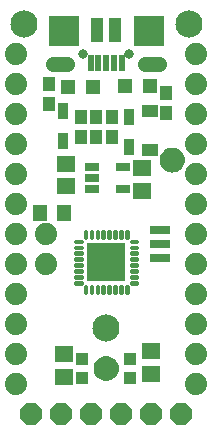
<source format=gbr>
G04 EAGLE Gerber RS-274X export*
G75*
%MOMM*%
%FSLAX34Y34*%
%LPD*%
%INSoldermask Top*%
%IPPOS*%
%AMOC8*
5,1,8,0,0,1.08239X$1,22.5*%
G01*
%ADD10C,2.301600*%
%ADD11R,1.101600X1.201600*%
%ADD12R,1.301600X0.651600*%
%ADD13R,1.601600X1.401600*%
%ADD14R,1.001600X1.101600*%
%ADD15R,1.301600X1.301600*%
%ADD16R,1.321600X1.011600*%
%ADD17C,0.801600*%
%ADD18R,2.601600X2.601600*%
%ADD19C,1.309600*%
%ADD20R,1.101600X2.101600*%
%ADD21R,0.500000X1.450000*%
%ADD22C,0.225022*%
%ADD23R,3.301600X3.301600*%
%ADD24C,1.879600*%
%ADD25P,2.034460X8X112.500000*%
%ADD26R,1.801600X0.801600*%
%ADD27R,1.301600X1.401600*%
%ADD28R,0.901600X1.451600*%

G36*
X57672Y216850D02*
X57672Y216850D01*
X57715Y216862D01*
X57781Y216869D01*
X59464Y217320D01*
X59505Y217339D01*
X59568Y217358D01*
X61148Y218095D01*
X61185Y218121D01*
X61244Y218150D01*
X62672Y219150D01*
X62703Y219182D01*
X62756Y219221D01*
X63989Y220454D01*
X64014Y220490D01*
X64060Y220538D01*
X65060Y221966D01*
X65078Y222007D01*
X65115Y222062D01*
X65852Y223642D01*
X65863Y223685D01*
X65890Y223746D01*
X66341Y225429D01*
X66343Y225461D01*
X66350Y225482D01*
X66350Y225497D01*
X66360Y225538D01*
X66512Y227275D01*
X66508Y227319D01*
X66512Y227385D01*
X66360Y229122D01*
X66348Y229165D01*
X66341Y229231D01*
X65890Y230914D01*
X65871Y230955D01*
X65852Y231018D01*
X65115Y232598D01*
X65089Y232635D01*
X65060Y232694D01*
X64060Y234122D01*
X64028Y234153D01*
X63989Y234206D01*
X62756Y235439D01*
X62720Y235464D01*
X62672Y235510D01*
X61244Y236510D01*
X61203Y236528D01*
X61148Y236565D01*
X59568Y237302D01*
X59525Y237313D01*
X59464Y237340D01*
X57781Y237791D01*
X57736Y237794D01*
X57672Y237810D01*
X55935Y237962D01*
X55891Y237958D01*
X55825Y237962D01*
X54088Y237810D01*
X54045Y237798D01*
X53979Y237791D01*
X52296Y237340D01*
X52255Y237321D01*
X52192Y237302D01*
X50612Y236565D01*
X50575Y236539D01*
X50516Y236510D01*
X49088Y235510D01*
X49057Y235478D01*
X49004Y235439D01*
X47771Y234206D01*
X47746Y234170D01*
X47700Y234122D01*
X46700Y232694D01*
X46682Y232653D01*
X46645Y232598D01*
X45908Y231018D01*
X45897Y230975D01*
X45870Y230914D01*
X45419Y229231D01*
X45416Y229186D01*
X45400Y229122D01*
X45248Y227385D01*
X45252Y227341D01*
X45248Y227275D01*
X45400Y225538D01*
X45412Y225495D01*
X45416Y225461D01*
X45416Y225445D01*
X45418Y225440D01*
X45419Y225429D01*
X45870Y223746D01*
X45889Y223705D01*
X45908Y223642D01*
X46645Y222062D01*
X46671Y222025D01*
X46700Y221966D01*
X47700Y220538D01*
X47732Y220507D01*
X47771Y220454D01*
X49004Y219221D01*
X49040Y219196D01*
X49088Y219150D01*
X50516Y218150D01*
X50557Y218132D01*
X50612Y218095D01*
X52192Y217358D01*
X52235Y217347D01*
X52296Y217320D01*
X53979Y216869D01*
X54024Y216866D01*
X54088Y216850D01*
X55825Y216698D01*
X55869Y216702D01*
X55935Y216698D01*
X57672Y216850D01*
G37*
G36*
X1792Y40320D02*
X1792Y40320D01*
X1835Y40332D01*
X1901Y40339D01*
X3584Y40790D01*
X3625Y40809D01*
X3688Y40828D01*
X5268Y41565D01*
X5305Y41591D01*
X5364Y41620D01*
X6792Y42620D01*
X6823Y42652D01*
X6876Y42691D01*
X8109Y43924D01*
X8134Y43960D01*
X8180Y44008D01*
X9180Y45436D01*
X9198Y45477D01*
X9235Y45532D01*
X9972Y47112D01*
X9983Y47155D01*
X10010Y47216D01*
X10461Y48899D01*
X10463Y48931D01*
X10470Y48952D01*
X10470Y48967D01*
X10480Y49008D01*
X10632Y50745D01*
X10628Y50789D01*
X10632Y50855D01*
X10480Y52592D01*
X10468Y52635D01*
X10461Y52701D01*
X10010Y54384D01*
X9991Y54425D01*
X9972Y54488D01*
X9235Y56068D01*
X9209Y56105D01*
X9180Y56164D01*
X8180Y57592D01*
X8148Y57623D01*
X8109Y57676D01*
X6876Y58909D01*
X6840Y58934D01*
X6792Y58980D01*
X5364Y59980D01*
X5323Y59998D01*
X5268Y60035D01*
X3688Y60772D01*
X3645Y60783D01*
X3584Y60810D01*
X1901Y61261D01*
X1856Y61264D01*
X1792Y61280D01*
X55Y61432D01*
X11Y61428D01*
X-55Y61432D01*
X-1792Y61280D01*
X-1835Y61268D01*
X-1901Y61261D01*
X-3584Y60810D01*
X-3625Y60791D01*
X-3688Y60772D01*
X-5268Y60035D01*
X-5305Y60009D01*
X-5364Y59980D01*
X-6792Y58980D01*
X-6823Y58948D01*
X-6876Y58909D01*
X-8109Y57676D01*
X-8134Y57640D01*
X-8180Y57592D01*
X-9180Y56164D01*
X-9198Y56123D01*
X-9235Y56068D01*
X-9972Y54488D01*
X-9983Y54445D01*
X-10010Y54384D01*
X-10461Y52701D01*
X-10464Y52656D01*
X-10480Y52592D01*
X-10632Y50855D01*
X-10628Y50811D01*
X-10632Y50745D01*
X-10480Y49008D01*
X-10468Y48965D01*
X-10464Y48931D01*
X-10464Y48915D01*
X-10462Y48910D01*
X-10461Y48899D01*
X-10010Y47216D01*
X-9991Y47175D01*
X-9972Y47112D01*
X-9235Y45532D01*
X-9209Y45495D01*
X-9180Y45436D01*
X-8180Y44008D01*
X-8148Y43977D01*
X-8109Y43924D01*
X-6876Y42691D01*
X-6840Y42666D01*
X-6792Y42620D01*
X-5364Y41620D01*
X-5323Y41602D01*
X-5268Y41565D01*
X-3688Y40828D01*
X-3645Y40817D01*
X-3584Y40790D01*
X-1901Y40339D01*
X-1856Y40336D01*
X-1792Y40320D01*
X-55Y40168D01*
X-11Y40172D01*
X55Y40168D01*
X1792Y40320D01*
G37*
D10*
X-69850Y342900D03*
X69850Y342900D03*
X0Y85090D03*
D11*
X-8890Y263770D03*
X-8890Y246770D03*
X-21590Y263770D03*
X-21590Y246770D03*
D12*
X-11730Y221590D03*
X-11730Y212090D03*
X-11730Y202590D03*
X14270Y202590D03*
X14270Y221590D03*
D13*
X30226Y220320D03*
X30226Y201320D03*
D11*
X5080Y263770D03*
X5080Y246770D03*
D14*
X20500Y58800D03*
X20500Y42800D03*
X-20500Y42800D03*
X-20500Y58800D03*
D11*
X50800Y284090D03*
X50800Y267090D03*
D15*
X16170Y290195D03*
X37170Y290195D03*
D16*
X36830Y235847D03*
X36830Y268597D03*
D13*
X-34290Y224130D03*
X-34290Y205130D03*
D11*
X-48260Y291710D03*
X-48260Y274710D03*
D15*
X-11090Y289560D03*
X-32090Y289560D03*
D17*
X19500Y317500D03*
X-19500Y317500D03*
D18*
X-36000Y336500D03*
X36000Y336500D03*
D19*
X33000Y308500D02*
X45080Y308500D01*
X-33000Y308500D02*
X-45080Y308500D01*
D20*
X7500Y337500D03*
X-7500Y337500D03*
D21*
X13000Y309750D03*
X6500Y309750D03*
X0Y309750D03*
X-6500Y309750D03*
X-13000Y309750D03*
D22*
X20617Y124103D02*
X26383Y124103D01*
X26383Y122837D01*
X20617Y122837D01*
X20617Y124103D01*
X20617Y129103D02*
X26383Y129103D01*
X26383Y127837D01*
X20617Y127837D01*
X20617Y129103D01*
X20617Y134103D02*
X26383Y134103D01*
X26383Y132837D01*
X20617Y132837D01*
X20617Y134103D01*
X20617Y139103D02*
X26383Y139103D01*
X26383Y137837D01*
X20617Y137837D01*
X20617Y139103D01*
X20617Y144103D02*
X26383Y144103D01*
X26383Y142837D01*
X20617Y142837D01*
X20617Y144103D01*
X20617Y149103D02*
X26383Y149103D01*
X26383Y147837D01*
X20617Y147837D01*
X20617Y149103D01*
X20617Y154103D02*
X26383Y154103D01*
X26383Y152837D01*
X20617Y152837D01*
X20617Y154103D01*
X20617Y159103D02*
X26383Y159103D01*
X26383Y157837D01*
X20617Y157837D01*
X20617Y159103D01*
X18133Y167353D02*
X16867Y167353D01*
X18133Y167353D02*
X18133Y161587D01*
X16867Y161587D01*
X16867Y167353D01*
X16867Y163724D02*
X18133Y163724D01*
X18133Y165861D02*
X16867Y165861D01*
X13133Y167353D02*
X11867Y167353D01*
X13133Y167353D02*
X13133Y161587D01*
X11867Y161587D01*
X11867Y167353D01*
X11867Y163724D02*
X13133Y163724D01*
X13133Y165861D02*
X11867Y165861D01*
X8133Y167353D02*
X6867Y167353D01*
X8133Y167353D02*
X8133Y161587D01*
X6867Y161587D01*
X6867Y167353D01*
X6867Y163724D02*
X8133Y163724D01*
X8133Y165861D02*
X6867Y165861D01*
X3133Y167353D02*
X1867Y167353D01*
X3133Y167353D02*
X3133Y161587D01*
X1867Y161587D01*
X1867Y167353D01*
X1867Y163724D02*
X3133Y163724D01*
X3133Y165861D02*
X1867Y165861D01*
X-1867Y167353D02*
X-3133Y167353D01*
X-1867Y167353D02*
X-1867Y161587D01*
X-3133Y161587D01*
X-3133Y167353D01*
X-3133Y163724D02*
X-1867Y163724D01*
X-1867Y165861D02*
X-3133Y165861D01*
X-6867Y167353D02*
X-8133Y167353D01*
X-6867Y167353D02*
X-6867Y161587D01*
X-8133Y161587D01*
X-8133Y167353D01*
X-8133Y163724D02*
X-6867Y163724D01*
X-6867Y165861D02*
X-8133Y165861D01*
X-11867Y167353D02*
X-13133Y167353D01*
X-11867Y167353D02*
X-11867Y161587D01*
X-13133Y161587D01*
X-13133Y167353D01*
X-13133Y163724D02*
X-11867Y163724D01*
X-11867Y165861D02*
X-13133Y165861D01*
X-16867Y167353D02*
X-18133Y167353D01*
X-16867Y167353D02*
X-16867Y161587D01*
X-18133Y161587D01*
X-18133Y167353D01*
X-18133Y163724D02*
X-16867Y163724D01*
X-16867Y165861D02*
X-18133Y165861D01*
X-20617Y159103D02*
X-26383Y159103D01*
X-20617Y159103D02*
X-20617Y157837D01*
X-26383Y157837D01*
X-26383Y159103D01*
X-26383Y154103D02*
X-20617Y154103D01*
X-20617Y152837D01*
X-26383Y152837D01*
X-26383Y154103D01*
X-26383Y149103D02*
X-20617Y149103D01*
X-20617Y147837D01*
X-26383Y147837D01*
X-26383Y149103D01*
X-26383Y144103D02*
X-20617Y144103D01*
X-20617Y142837D01*
X-26383Y142837D01*
X-26383Y144103D01*
X-26383Y139103D02*
X-20617Y139103D01*
X-20617Y137837D01*
X-26383Y137837D01*
X-26383Y139103D01*
X-26383Y134103D02*
X-20617Y134103D01*
X-20617Y132837D01*
X-26383Y132837D01*
X-26383Y134103D01*
X-26383Y129103D02*
X-20617Y129103D01*
X-20617Y127837D01*
X-26383Y127837D01*
X-26383Y129103D01*
X-26383Y124103D02*
X-20617Y124103D01*
X-20617Y122837D01*
X-26383Y122837D01*
X-26383Y124103D01*
X-18133Y120353D02*
X-16867Y120353D01*
X-16867Y114587D01*
X-18133Y114587D01*
X-18133Y120353D01*
X-18133Y116724D02*
X-16867Y116724D01*
X-16867Y118861D02*
X-18133Y118861D01*
X-13133Y120353D02*
X-11867Y120353D01*
X-11867Y114587D01*
X-13133Y114587D01*
X-13133Y120353D01*
X-13133Y116724D02*
X-11867Y116724D01*
X-11867Y118861D02*
X-13133Y118861D01*
X-8133Y120353D02*
X-6867Y120353D01*
X-6867Y114587D01*
X-8133Y114587D01*
X-8133Y120353D01*
X-8133Y116724D02*
X-6867Y116724D01*
X-6867Y118861D02*
X-8133Y118861D01*
X-3133Y120353D02*
X-1867Y120353D01*
X-1867Y114587D01*
X-3133Y114587D01*
X-3133Y120353D01*
X-3133Y116724D02*
X-1867Y116724D01*
X-1867Y118861D02*
X-3133Y118861D01*
X1867Y120353D02*
X3133Y120353D01*
X3133Y114587D01*
X1867Y114587D01*
X1867Y120353D01*
X1867Y116724D02*
X3133Y116724D01*
X3133Y118861D02*
X1867Y118861D01*
X6867Y120353D02*
X8133Y120353D01*
X8133Y114587D01*
X6867Y114587D01*
X6867Y120353D01*
X6867Y116724D02*
X8133Y116724D01*
X8133Y118861D02*
X6867Y118861D01*
X11867Y120353D02*
X13133Y120353D01*
X13133Y114587D01*
X11867Y114587D01*
X11867Y120353D01*
X11867Y116724D02*
X13133Y116724D01*
X13133Y118861D02*
X11867Y118861D01*
X16867Y120353D02*
X18133Y120353D01*
X18133Y114587D01*
X16867Y114587D01*
X16867Y120353D01*
X16867Y116724D02*
X18133Y116724D01*
X18133Y118861D02*
X16867Y118861D01*
D23*
X0Y140970D03*
D24*
X-76200Y317500D03*
X-76200Y292100D03*
X-76200Y266700D03*
X-76200Y241300D03*
X-76200Y215900D03*
X-76200Y190500D03*
X-76200Y165100D03*
X-76200Y139700D03*
X-76200Y114300D03*
X-76200Y88900D03*
X-76200Y63500D03*
X-76200Y38100D03*
D25*
X-63500Y12700D03*
X-38100Y12700D03*
X-12700Y12700D03*
X12700Y12700D03*
X38100Y12700D03*
X63500Y12700D03*
D26*
X45720Y144210D03*
X45720Y156210D03*
X45720Y168210D03*
D24*
X76200Y317500D03*
X76200Y292100D03*
X76200Y266700D03*
X76200Y241300D03*
X76200Y215900D03*
X76200Y190500D03*
X76200Y165100D03*
X76200Y139700D03*
X76200Y114300D03*
X76200Y88900D03*
X76200Y63500D03*
X76200Y38100D03*
D27*
X-55880Y182880D03*
X-35560Y182880D03*
D13*
X-35560Y62840D03*
X-35560Y43840D03*
X38100Y65380D03*
X38100Y46380D03*
D24*
X-50800Y165100D03*
X-50800Y139700D03*
D28*
X-36830Y243840D03*
X-36830Y269240D03*
X19050Y264160D03*
X19050Y238760D03*
M02*

</source>
